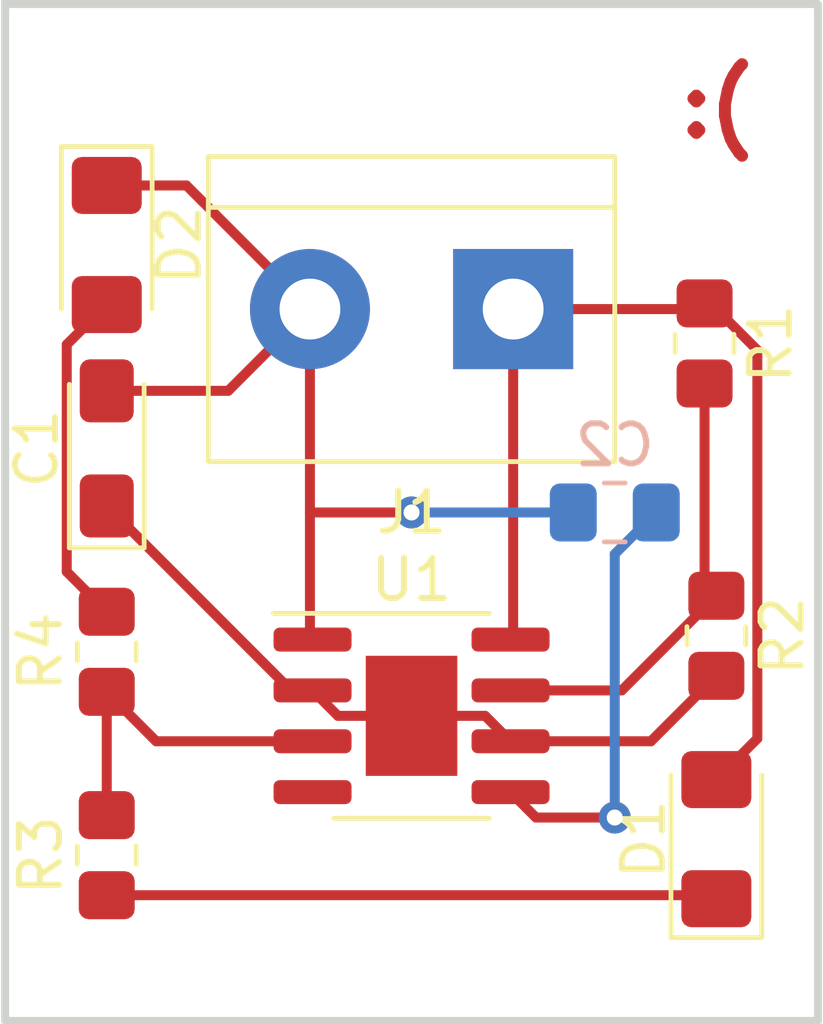
<source format=kicad_pcb>
(kicad_pcb (version 20211014) (generator pcbnew)
  (layers (0 "F.Cu" signal) (31 "B.Cu" signal) (34 "B.Paste" user) (35 "F.Paste" user) (36 "B.SilkS" user "B.Silkscreen") (37 "F.SilkS" user "F.Silkscreen") (38 "B.Mask" user) (39 "F.Mask" user) (44 "Edge.Cuts" user))
  (net 0 "")
  (net 1 "/pin_2")
  (net 2 "GND")
  (net 3 "Net-(C2-Pad1)")
  (net 4 "Net-(D1-Pad1)")
  (net 5 "+9V")
  (net 6 "Net-(D2-Pad2)")
  (net 7 "Net-(R1-Pad2)")
  (net 8 "/pin_3")
  (net 9 "/9V")
  (footprint "Resistor_SMD:R_0805_2012Metric_Pad1.20x1.40mm_HandSolder" (layer "F.Cu") (at 154.94 102.14 -90)
    (fp_text reference "R2" (at 0 -1.65 90) (layer "F.SilkS"))
    (fp_text value "10k")
    (fp_line (start -0.227064 0.735) (end 0.227064 0.735) (layer "F.SilkS") (width 0.12))
    (fp_line (start -0.227064 -0.735) (end 0.227064 -0.735) (layer "F.SilkS") (width 0.12))
    (pad "1" smd roundrect (at -1 0 270) (size 1.2 1.4) (layers "F.Cu" "F.Paste" "F.Mask") (roundrect_rratio 0.208333) (net 7 "Net-(R1-Pad2)"))
    (pad "2" smd roundrect (at 1 0 270) (size 1.2 1.4) (layers "F.Cu" "F.Paste" "F.Mask") (roundrect_rratio 0.208333) (net 1 "/pin_2"))
  )
  (footprint "Resistor_SMD:R_0805_2012Metric_Pad1.20x1.40mm_HandSolder" (layer "F.Cu") (at 139.7 102.54 90)
    (fp_text reference "R4" (at 0 -1.65 90) (layer "F.SilkS"))
    (fp_text value "1k")
    (fp_line (start -0.227064 -0.735) (end 0.227064 -0.735) (layer "F.SilkS") (width 0.12))
    (fp_line (start -0.227064 0.735) (end 0.227064 0.735) (layer "F.SilkS") (width 0.12))
    (pad "1" smd roundrect (at -1 0 90) (size 1.2 1.4) (layers "F.Cu" "F.Paste" "F.Mask") (roundrect_rratio 0.208333) (net 8 "/pin_3"))
    (pad "2" smd roundrect (at 1 0 90) (size 1.2 1.4) (layers "F.Cu" "F.Paste" "F.Mask") (roundrect_rratio 0.208333) (net 6 "Net-(D2-Pad2)"))
  )
  (footprint "Resistor_SMD:R_0805_2012Metric_Pad1.20x1.40mm_HandSolder" (layer "F.Cu") (at 139.7 107.62 90)
    (fp_text reference "R3" (at 0 -1.65 90) (layer "F.SilkS"))
    (fp_text value "1k")
    (fp_line (start -0.227064 0.735) (end 0.227064 0.735) (layer "F.SilkS") (width 0.12))
    (fp_line (start -0.227064 -0.735) (end 0.227064 -0.735) (layer "F.SilkS") (width 0.12))
    (pad "1" smd roundrect (at -1 0 90) (size 1.2 1.4) (layers "F.Cu" "F.Paste" "F.Mask") (roundrect_rratio 0.208333) (net 4 "Net-(D1-Pad1)"))
    (pad "2" smd roundrect (at 1 0 90) (size 1.2 1.4) (layers "F.Cu" "F.Paste" "F.Mask") (roundrect_rratio 0.208333) (net 8 "/pin_3"))
  )
  (footprint "Resistor_SMD:R_0805_2012Metric_Pad1.20x1.40mm_HandSolder" (layer "F.Cu") (at 154.645 94.838808 -90)
    (fp_text reference "R1" (at 0 -1.65 90) (layer "F.SilkS"))
    (fp_text value "1k")
    (fp_line (start -0.227064 -0.735) (end 0.227064 -0.735) (layer "F.SilkS") (width 0.12))
    (fp_line (start -0.227064 0.735) (end 0.227064 0.735) (layer "F.SilkS") (width 0.12))
    (pad "1" smd roundrect (at -1 0 270) (size 1.2 1.4) (layers "F.Cu" "F.Paste" "F.Mask") (roundrect_rratio 0.208333) (net 5 "+9V"))
    (pad "2" smd roundrect (at 1 0 270) (size 1.2 1.4) (layers "F.Cu" "F.Paste" "F.Mask") (roundrect_rratio 0.208333) (net 7 "Net-(R1-Pad2)"))
  )
  (footprint "Capacitor_Tantalum_SMD:CP_EIA-3216-18_Kemet-A_Pad1.58x1.35mm_HandSolder" (layer "F.Cu") (at 139.7 97.46 90)
    (fp_text reference "C1" (at 0 -1.75 90) (layer "F.SilkS"))
    (fp_text value "10uF")
    (fp_line (start -2.485 -0.935) (end -2.485 0.935) (layer "F.SilkS") (width 0.12))
    (fp_line (start -2.485 0.935) (end 1.6 0.935) (layer "F.SilkS") (width 0.12))
    (fp_line (start 1.6 -0.935) (end -2.485 -0.935) (layer "F.SilkS") (width 0.12))
    (pad "1" smd roundrect (at -1.4375 0 90) (size 1.575 1.35) (layers "F.Cu" "F.Paste" "F.Mask") (roundrect_rratio 0.185185) (net 1 "/pin_2"))
    (pad "2" smd roundrect (at 1.4375 0 90) (size 1.575 1.35) (layers "F.Cu" "F.Paste" "F.Mask") (roundrect_rratio 0.185185) (net 2 "GND"))
  )
  (footprint "LED_SMD:LED_1206_3216Metric_Pad1.42x1.75mm_HandSolder" (layer "F.Cu") (at 154.94 107.22 90)
    (fp_text reference "D1" (at 0 -1.82 90) (layer "F.SilkS"))
    (fp_text value "LED")
    (fp_line (start 1.6 -1.135) (end -2.46 -1.135) (layer "F.SilkS") (width 0.12))
    (fp_line (start -2.46 1.135) (end 1.6 1.135) (layer "F.SilkS") (width 0.12))
    (fp_line (start -2.46 -1.135) (end -2.46 1.135) (layer "F.SilkS") (width 0.12))
    (pad "1" smd roundrect (at -1.4875 0 90) (size 1.425 1.75) (layers "F.Cu" "F.Paste" "F.Mask") (roundrect_rratio 0.175439) (net 4 "Net-(D1-Pad1)"))
    (pad "2" smd roundrect (at 1.4875 0 90) (size 1.425 1.75) (layers "F.Cu" "F.Paste" "F.Mask") (roundrect_rratio 0.175439) (net 5 "+9V"))
  )
  (footprint "Package_SO:SOIC-8-1EP_3.9x4.9mm_P1.27mm_EP2.29x3mm" (layer "F.Cu") (at 147.32 104.14)
    (fp_text reference "U1" (at 0 -3.4) (layer "F.SilkS"))
    (fp_text value "NE555D")
    (fp_line (start 0 2.56) (end -1.95 2.56) (layer "F.SilkS") (width 0.12))
    (fp_line (start 0 -2.56) (end 1.95 -2.56) (layer "F.SilkS") (width 0.12))
    (fp_line (start 0 -2.56) (end -3.45 -2.56) (layer "F.SilkS") (width 0.12))
    (fp_line (start 0 2.56) (end 1.95 2.56) (layer "F.SilkS") (width 0.12))
    (pad "1" smd roundrect (at -2.475 -1.905) (size 1.95 0.6) (layers "F.Cu" "F.Paste" "F.Mask") (net 2 "GND"))
    (pad "2" smd roundrect (at -2.475 -0.635) (size 1.95 0.6) (layers "F.Cu" "F.Paste" "F.Mask") (net 1 "/pin_2"))
    (pad "3" smd roundrect (at -2.475 0.635) (size 1.95 0.6) (layers "F.Cu" "F.Paste" "F.Mask") (net 8 "/pin_3"))
    (pad "4" smd roundrect (at -2.475 1.905) (size 1.95 0.6) (layers "F.Cu" "F.Paste" "F.Mask") (net 9 "/9V"))
    (pad "5" smd roundrect (at 2.475 1.905) (size 1.95 0.6) (layers "F.Cu" "F.Paste" "F.Mask") (net 3 "Net-(C2-Pad1)"))
    (pad "6" smd roundrect (at 2.475 0.635) (size 1.95 0.6) (layers "F.Cu" "F.Paste" "F.Mask") (net 1 "/pin_2"))
    (pad "7" smd roundrect (at 2.475 -0.635) (size 1.95 0.6) (layers "F.Cu" "F.Paste" "F.Mask") (net 7 "Net-(R1-Pad2)"))
    (pad "8" smd roundrect (at 2.475 -1.905) (size 1.95 0.6) (layers "F.Cu" "F.Paste" "F.Mask") (net 5 "+9V"))
    (pad "9" smd rect (at 0 0) (size 2.29 3) (layers "F.Cu" "F.Mask") (net 1 "/pin_2"))
  )
  (footprint "TerminalBlock:TerminalBlock_bornier-2_P5.08mm" (layer "F.Cu") (at 149.86 93.98 180)
    (fp_text reference "J1" (at 2.54 -5.08) (layer "F.SilkS"))
    (fp_text value "Conn_01x02_Male")
    (fp_line (start 7.62 2.54) (end -2.54 2.54) (layer "F.SilkS") (width 0.12))
    (fp_line (start 7.62 3.81) (end 7.62 -3.81) (layer "F.SilkS") (width 0.12))
    (fp_line (start -2.54 -3.81) (end -2.54 3.81) (layer "F.SilkS") (width 0.12))
    (fp_line (start 7.62 -3.81) (end -2.54 -3.81) (layer "F.SilkS") (width 0.12))
    (fp_line (start -2.54 3.81) (end 7.62 3.81) (layer "F.SilkS") (width 0.12))
    (pad "1" thru_hole rect (at 0 0 180) (size 3 3) (drill 1.52) (layers *.Cu *.Mask) (net 5 "+9V"))
    (pad "2" thru_hole circle (at 5.08 0 180) (size 3 3) (drill 1.52) (layers *.Cu *.Mask) (net 2 "GND"))
  )
  (footprint "LED_SMD:LED_1206_3216Metric_Pad1.42x1.75mm_HandSolder" (layer "F.Cu") (at 139.7 92.38 -90)
    (fp_text reference "D2" (at 0 -1.82 90) (layer "F.SilkS"))
    (fp_text value "LED")
    (fp_line (start -2.46 1.135) (end 1.6 1.135) (layer "F.SilkS") (width 0.12))
    (fp_line (start -2.46 -1.135) (end -2.46 1.135) (layer "F.SilkS") (width 0.12))
    (fp_line (start 1.6 -1.135) (end -2.46 -1.135) (layer "F.SilkS") (width 0.12))
    (pad "1" smd roundrect (at -1.4875 0 270) (size 1.425 1.75) (layers "F.Cu" "F.Paste" "F.Mask") (roundrect_rratio 0.175439) (net 2 "GND"))
    (pad "2" smd roundrect (at 1.4875 0 270) (size 1.425 1.75) (layers "F.Cu" "F.Paste" "F.Mask") (roundrect_rratio 0.175439) (net 6 "Net-(D2-Pad2)"))
  )
  (footprint "Capacitor_SMD:C_0805_2012Metric_Pad1.18x1.45mm_HandSolder" (layer "B.Cu") (at 152.4 99.06 180)
    (fp_text reference "C2" (at 0 1.68) (layer "B.SilkS") (effects (justify mirror)))
    (fp_text value "0.01uF")
    (fp_line (start -0.261252 -0.735) (end 0.261252 -0.735) (layer "B.SilkS") (width 0.12))
    (fp_line (start -0.261252 0.735) (end 0.261252 0.735) (layer "B.SilkS") (width 0.12))
    (pad "1" smd roundrect (at -1.0375 0 180) (size 1.175 1.45) (layers "B.Cu" "B.Paste" "B.Mask") (roundrect_rratio 0.212766) (net 3 "Net-(C2-Pad1)"))
    (pad "2" smd roundrect (at 1.0375 0 180) (size 1.175 1.45) (layers "B.Cu" "B.Paste" "B.Mask") (roundrect_rratio 0.212766) (net 2 "GND"))
  )
  (gr_rect (start 157.48 111.76) (end 137.16 86.36) (layer "Edge.Cuts") (width 0.2) (fill none))
  (gr_text ":(" (at 154.94 88.9) (layer "F.Cu") (effects (font (size 1.5 1.5) (thickness 0.3))))
  (segment (start 154.94 103.14) (end 153.305 104.775) (width 0.25) (layer "F.Cu") (net 1))
  (segment (start 149.16 104.14) (end 149.795 104.775) (width 0.25) (layer "F.Cu") (net 1))
  (segment (start 144.845 103.505) (end 145.48 104.14) (width 0.25) (layer "F.Cu") (net 1))
  (segment (start 144.845 103.505) (end 144.3075 103.505) (width 0.25) (layer "F.Cu") (net 1))
  (segment (start 153.305 104.775) (end 149.795 104.775) (width 0.25) (layer "F.Cu") (net 1))
  (segment (start 147.32 104.14) (end 149.16 104.14) (width 0.25) (layer "F.Cu") (net 1))
  (segment (start 144.3075 103.505) (end 139.7 98.8975) (width 0.25) (layer "F.Cu") (net 1))
  (segment (start 145.48 104.14) (end 147.32 104.14) (width 0.25) (layer "F.Cu") (net 1))
  (segment (start 147.32 99.06) (end 144.78 99.06) (width 0.25) (layer "F.Cu") (net 2))
  (segment (start 144.78 102.17) (end 144.845 102.235) (width 0.25) (layer "F.Cu") (net 2))
  (segment (start 144.78 93.98) (end 144.78 99.06) (width 0.25) (layer "F.Cu") (net 2))
  (segment (start 142.7375 96.0225) (end 144.78 93.98) (width 0.25) (layer "F.Cu") (net 2))
  (segment (start 144.78 93.98) (end 141.6925 90.8925) (width 0.25) (layer "F.Cu") (net 2))
  (segment (start 141.6925 90.8925) (end 139.7 90.8925) (width 0.25) (layer "F.Cu") (net 2))
  (segment (start 139.7 96.0225) (end 142.7375 96.0225) (width 0.25) (layer "F.Cu") (net 2))
  (segment (start 144.78 99.06) (end 144.78 102.17) (width 0.25) (layer "F.Cu") (net 2))
  (via (at 147.32 99.06) (size 0.8) (drill 0.4) (layers "F.Cu" "B.Cu") (net 2))
  (segment (start 147.32 99.06) (end 151.3625 99.06) (width 0.25) (layer "B.Cu") (net 2))
  (segment (start 150.43 106.68) (end 152.4 106.68) (width 0.25) (layer "F.Cu") (net 3))
  (segment (start 149.795 106.045) (end 150.43 106.68) (width 0.25) (layer "F.Cu") (net 3))
  (via (at 152.4 106.68) (size 0.8) (drill 0.4) (layers "F.Cu" "B.Cu") (net 3))
  (segment (start 153.4375 99.06) (end 152.4 100.0975) (width 0.25) (layer "B.Cu") (net 3))
  (segment (start 152.4 100.0975) (end 152.4 106.68) (width 0.25) (layer "B.Cu") (net 3))
  (segment (start 154.8525 108.62) (end 139.7 108.62) (width 0.25) (layer "F.Cu") (net 4))
  (segment (start 154.94 108.7075) (end 154.8525 108.62) (width 0.25) (layer "F.Cu") (net 4))
  (segment (start 154.94 93.98) (end 155.965 95.005) (width 0.25) (layer "F.Cu") (net 5))
  (segment (start 149.86 93.98) (end 154.94 93.98) (width 0.25) (layer "F.Cu") (net 5))
  (segment (start 155.965 95.005) (end 155.965 104.7075) (width 0.25) (layer "F.Cu") (net 5))
  (segment (start 149.86 102.17) (end 149.795 102.235) (width 0.25) (layer "F.Cu") (net 5))
  (segment (start 149.86 93.98) (end 149.86 102.17) (width 0.25) (layer "F.Cu") (net 5))
  (segment (start 155.965 104.7075) (end 154.94 105.7325) (width 0.25) (layer "F.Cu") (net 5))
  (segment (start 138.7 94.8675) (end 138.7 100.54) (width 0.25) (layer "F.Cu") (net 6))
  (segment (start 138.7 100.54) (end 139.7 101.54) (width 0.25) (layer "F.Cu") (net 6))
  (segment (start 139.7 93.8675) (end 138.7 94.8675) (width 0.25) (layer "F.Cu") (net 6))
  (segment (start 152.575 103.505) (end 149.795 103.505) (width 0.25) (layer "F.Cu") (net 7))
  (segment (start 154.645 100.845) (end 154.94 101.14) (width 0.25) (layer "F.Cu") (net 7))
  (segment (start 154.94 101.14) (end 152.575 103.505) (width 0.25) (layer "F.Cu") (net 7))
  (segment (start 154.645 95.838808) (end 154.645 100.845) (width 0.25) (layer "F.Cu") (net 7))
  (segment (start 140.935 104.775) (end 144.845 104.775) (width 0.25) (layer "F.Cu") (net 8))
  (segment (start 139.7 103.54) (end 140.935 104.775) (width 0.25) (layer "F.Cu") (net 8))
  (segment (start 139.7 106.62) (end 139.7 103.54) (width 0.25) (layer "F.Cu") (net 8))
)
</source>
